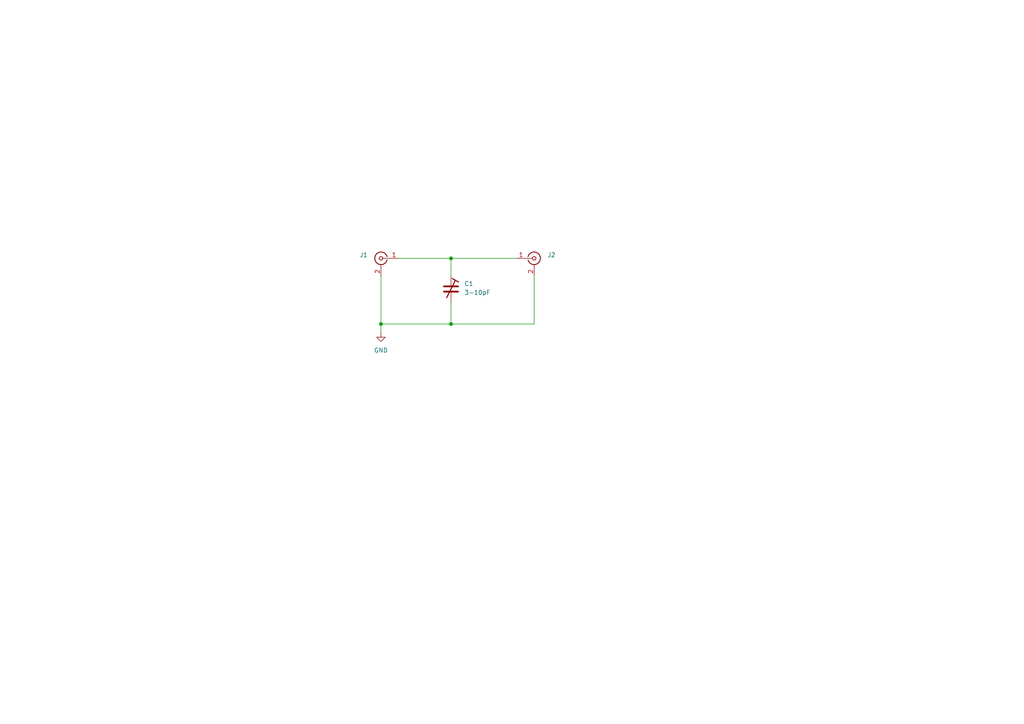
<source format=kicad_sch>
(kicad_sch (version 20250114) (generator "eeschema") (generator_version "9.0")
  (paper "A4")
  (lib_symbols
    (symbol "Connector:Conn_Coaxial" (pin_names (offset 1.016) (hide yes))
      (property "Reference" "J" (at 0.254 3.048 0))
      (property "Value" "Conn_Coaxial" (at 2.921 0 90))
      (symbol "Conn_Coaxial_0_1"
        (polyline (pts (xy -2.54 0) (xy -0.508 0)))
        (arc (start 1.778 0) (mid 0.222 -1.8079) (end -1.778 -0.508) (stroke (width 0.254)))
        (arc (start -1.778 0.508) (mid 0.2221 1.8084) (end 1.778 0) (stroke (width 0.254)))
        (circle (center 0 0) (radius 0.508) (stroke (width 0.2032)))
        (polyline (pts (xy 0 -2.54) (xy 0 -1.778)))
      )
      (symbol "Conn_Coaxial_1_1"
        (pin passive line (at -5.08 0 0) (length 2.54) (name "In") (number "1"))
        (pin passive line (at 0 -5.08 90) (length 2.54) (name "Ext") (number "2"))
      )
    )
    (symbol "Device:C_Trim" (pin_numbers (hide yes)) (pin_names (offset 0.254) (hide yes))
      (property "Reference" "C" (at 1.524 -2.032 0))
      (property "Value" "C_Trim" (at 3.048 -3.556 0))
      (symbol "C_Trim_0_1"
        (polyline (pts (xy -2.032 0.762) (xy 2.032 0.762)) (stroke (width 0.508)))
        (polyline (pts (xy -2.032 -0.762) (xy 2.032 -0.762)) (stroke (width 0.508)))
        (polyline (pts (xy 1.27 2.54) (xy -1.27 -2.54)) (stroke (width 0.3048)))
        (polyline (pts (xy 1.27 2.54) (xy 0.381 3.048)) (stroke (width 0.3048)))
        (polyline (pts (xy 1.27 2.54) (xy 2.159 2.032)) (stroke (width 0.3048)))
      )
      (symbol "C_Trim_1_1"
        (pin passive line (at 0 3.81 270) (length 3.048) (name "~") (number "1"))
        (pin passive line (at 0 -3.81 90) (length 3.048) (name "~") (number "2"))
      )
    )
    (symbol "power:GND" (power) (pin_numbers (hide yes)) (pin_names (offset 0) (hide yes))
      (property "Value" "GND" (at 0 -3.81 0))
      (symbol "GND_0_1"
        (polyline (pts (xy 0 0) (xy 0 -1.27) (xy 1.27 -1.27) (xy 0 -2.54) (xy -1.27 -1.27) (xy 0 -1.27)))
      )
      (symbol "GND_1_1"
        (pin power_in line (at 0 0 270) (length 0) (name "~") (number "1"))
      )
    )
  )
  (junction (at 110.49 93.98))
  (junction (at 130.81 74.93))
  (junction (at 130.81 93.98))
  (wire (pts (xy 154.94 93.98) (xy 130.81 93.98)))
  (wire (pts (xy 110.49 93.98) (xy 130.81 93.98)))
  (wire (pts (xy 110.49 93.98) (xy 110.49 96.52)))
  (wire (pts (xy 110.49 80.01) (xy 110.49 93.98)))
  (wire (pts (xy 130.81 74.93) (xy 149.86 74.93)))
  (wire (pts (xy 115.57 74.93) (xy 130.81 74.93)))
  (wire (pts (xy 130.81 93.98) (xy 130.81 87.63)))
  (wire (pts (xy 130.81 74.93) (xy 130.81 80.01)))
  (wire (pts (xy 154.94 80.01) (xy 154.94 93.98)))
  (symbol (lib_id "power:GND") (at 110.49 96.52 0) (unit 1)
    (property "Reference" "#PWR01" (effects (hide yes)))
    (property "Value" "GND" (at 110.49 101.6 0))
    (property "Description" "Power symbol creates a global label with name \"GND\" , ground" (effects (hide yes)))
  )
  (symbol (lib_id "Connector:Conn_Coaxial") (at 154.94 74.93 0) (unit 1)
    (property "Reference" "J2" (at 158.75 73.9531 0) (effects (justify left)))
    (property "Value" "Conn_Coaxial" (effects (hide yes)))
    (property "Footprint" "Connector_Coaxial:SMA_Samtec_SMA-J-P-H-ST-EM1_EdgeMount" (effects (hide yes)))
    (property "Description" "coaxial connector (BNC, SMA, SMB, SMC, Cinch/RCA, LEMO, ...)" (effects (hide yes)))
  )
  (symbol (lib_id "Connector:Conn_Coaxial") (at 110.49 74.93 0) (mirror y) (unit 1)
    (property "Reference" "J1" (at 106.68 73.9531 0) (effects (justify left)))
    (property "Value" "Conn_Coaxial" (effects (hide yes)))
    (property "Footprint" "Connector_Coaxial:SMA_Samtec_SMA-J-P-H-ST-EM1_EdgeMount" (effects (hide yes)))
    (property "Description" "coaxial connector (BNC, SMA, SMB, SMC, Cinch/RCA, LEMO, ...)" (effects (hide yes)))
  )
  (symbol (lib_id "Device:C_Trim") (at 130.81 83.82 0) (unit 1)
    (property "Reference" "C1" (at 134.62 82.2959 0) (effects (justify left)))
    (property "Value" "3-10pF" (at 134.62 84.8359 0) (effects (justify left)))
    (property "Footprint" "Capacitor_SMD:C_Trimmer_Sprague-Goodman_SGC3" (effects (hide yes)))
    (property "Datasheet" "https://mm.digikey.com/Volume0/opasdata/d220001/medias/docus/430/SCG3S_Series_Spec_2020.pdf?_gl=1*1cjebp5*_up*MQ..*_gs*MQ..&gclid=Cj0KCQiAr5nKBhCpARIsACa_NiOp8v-3Qg6VxRsadesvz1OIcx9M1SlvFwP3e9yqGBqAxM4DujWyJmgaArtFEALw_wcB&gclsrc=aw.ds&gbraid=0AAAAADrbLlhdecwtFDHIKXDcL_djQaT_V" (effects (hide yes)))
    (property "Description" "Trimmable capacitor" (effects (hide yes)))
    (property "Digikey" "https://www.digikey.com/en/products/detail/ew-electronics/SGC3S100/11689279" (effects (hide yes)))
  )
)
</source>
